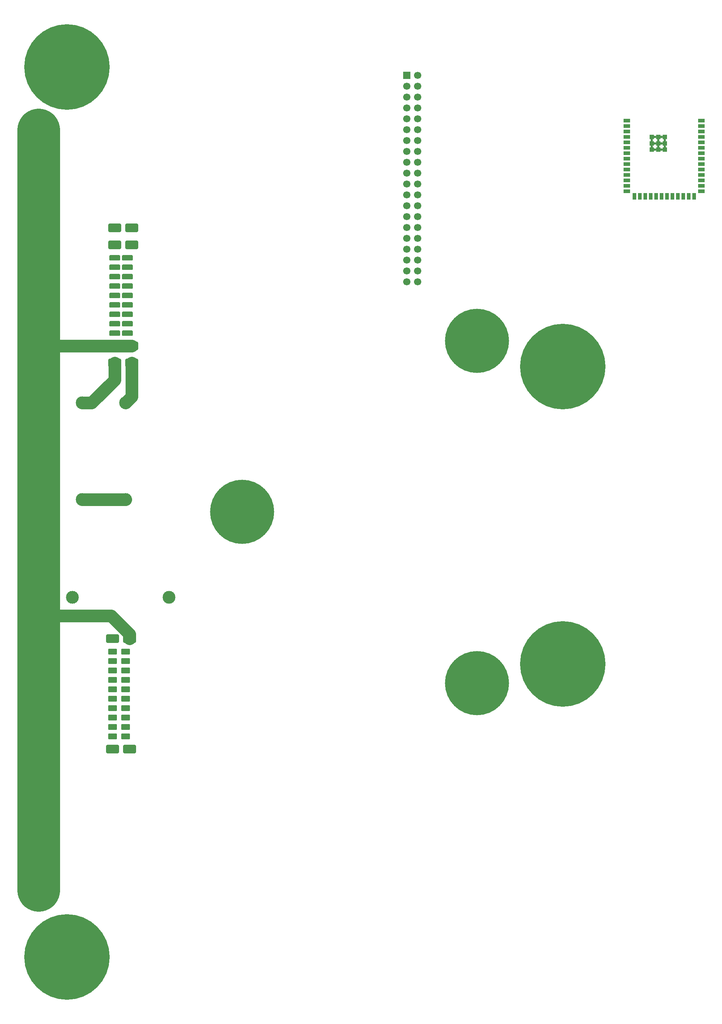
<source format=gbr>
%TF.GenerationSoftware,KiCad,Pcbnew,9.0.4-9.0.4-0~ubuntu22.04.1*%
%TF.CreationDate,2025-10-26T15:56:29+01:00*%
%TF.ProjectId,IndegoMower,496e6465-676f-44d6-9f77-65722e6b6963,rev?*%
%TF.SameCoordinates,Original*%
%TF.FileFunction,Copper,L1,Top*%
%TF.FilePolarity,Positive*%
%FSLAX46Y46*%
G04 Gerber Fmt 4.6, Leading zero omitted, Abs format (unit mm)*
G04 Created by KiCad (PCBNEW 9.0.4-9.0.4-0~ubuntu22.04.1) date 2025-10-26 15:56:29*
%MOMM*%
%LPD*%
G01*
G04 APERTURE LIST*
G04 Aperture macros list*
%AMRoundRect*
0 Rectangle with rounded corners*
0 $1 Rounding radius*
0 $2 $3 $4 $5 $6 $7 $8 $9 X,Y pos of 4 corners*
0 Add a 4 corners polygon primitive as box body*
4,1,4,$2,$3,$4,$5,$6,$7,$8,$9,$2,$3,0*
0 Add four circle primitives for the rounded corners*
1,1,$1+$1,$2,$3*
1,1,$1+$1,$4,$5*
1,1,$1+$1,$6,$7*
1,1,$1+$1,$8,$9*
0 Add four rect primitives between the rounded corners*
20,1,$1+$1,$2,$3,$4,$5,0*
20,1,$1+$1,$4,$5,$6,$7,0*
20,1,$1+$1,$6,$7,$8,$9,0*
20,1,$1+$1,$8,$9,$2,$3,0*%
G04 Aperture macros list end*
%TA.AperFunction,ComponentPad*%
%ADD10C,1.700000*%
%TD*%
%TA.AperFunction,ComponentPad*%
%ADD11R,1.700000X1.700000*%
%TD*%
%TA.AperFunction,ComponentPad*%
%ADD12RoundRect,0.277778X1.222222X-0.722222X1.222222X0.722222X-1.222222X0.722222X-1.222222X-0.722222X0*%
%TD*%
%TA.AperFunction,ComponentPad*%
%ADD13RoundRect,0.194444X0.805556X-0.505556X0.805556X0.505556X-0.805556X0.505556X-0.805556X-0.505556X0*%
%TD*%
%TA.AperFunction,ComponentPad*%
%ADD14RoundRect,0.300000X-1.200000X0.700000X-1.200000X-0.700000X1.200000X-0.700000X1.200000X0.700000X0*%
%TD*%
%TA.AperFunction,ComponentPad*%
%ADD15RoundRect,0.190500X1.079500X0.444500X-1.079500X0.444500X-1.079500X-0.444500X1.079500X-0.444500X0*%
%TD*%
%TA.AperFunction,WasherPad*%
%ADD16C,20.000000*%
%TD*%
%TA.AperFunction,WasherPad*%
%ADD17C,15.000000*%
%TD*%
%TA.AperFunction,ComponentPad*%
%ADD18C,3.000000*%
%TD*%
%TA.AperFunction,SMDPad,CuDef*%
%ADD19R,1.500000X0.900000*%
%TD*%
%TA.AperFunction,SMDPad,CuDef*%
%ADD20R,0.900000X1.500000*%
%TD*%
%TA.AperFunction,HeatsinkPad*%
%ADD21R,1.000000X1.000000*%
%TD*%
%TA.AperFunction,HeatsinkPad*%
%ADD22C,0.600000*%
%TD*%
%TA.AperFunction,Conductor*%
%ADD23C,10.000000*%
%TD*%
%TA.AperFunction,Conductor*%
%ADD24C,3.000000*%
%TD*%
G04 APERTURE END LIST*
D10*
%TO.P,J1,40,BCM21_SCLK_PCM_DO*%
%TO.N,unconnected-(J1-BCM21_SCLK_PCM_DO-Pad40)*%
X114060000Y-81230000D03*
%TO.P,J1,39,GND*%
%TO.N,GNDPWR*%
X111520000Y-81230000D03*
%TO.P,J1,38,BCM20_MOSI_PCM_DI*%
%TO.N,unconnected-(J1-BCM20_MOSI_PCM_DI-Pad38)*%
X114060000Y-78690000D03*
%TO.P,J1,37,BCM26*%
%TO.N,unconnected-(J1-BCM26-Pad37)*%
X111520000Y-78690000D03*
%TO.P,J1,36,BCM16*%
%TO.N,unconnected-(J1-BCM16-Pad36)*%
X114060000Y-76150000D03*
%TO.P,J1,35,BCM19_MISO_PCM_FS*%
%TO.N,unconnected-(J1-BCM19_MISO_PCM_FS-Pad35)*%
X111520000Y-76150000D03*
%TO.P,J1,34,GND*%
%TO.N,GNDPWR*%
X114060000Y-73610000D03*
%TO.P,J1,33,BCM13_PWM1*%
%TO.N,unconnected-(J1-BCM13_PWM1-Pad33)*%
X111520000Y-73610000D03*
%TO.P,J1,32,BCM12_PWM0*%
%TO.N,unconnected-(J1-BCM12_PWM0-Pad32)*%
X114060000Y-71070000D03*
%TO.P,J1,31,BCM6*%
%TO.N,unconnected-(J1-BCM6-Pad31)*%
X111520000Y-71070000D03*
%TO.P,J1,30,GND*%
%TO.N,GNDPWR*%
X114060000Y-68530000D03*
%TO.P,J1,29,BCM5*%
%TO.N,unconnected-(J1-BCM5-Pad29)*%
X111520000Y-68530000D03*
%TO.P,J1,28,BCM1_ID_SC*%
%TO.N,unconnected-(J1-BCM1_ID_SC-Pad28)*%
X114060000Y-65990000D03*
%TO.P,J1,27,BCM0_ID_SD*%
%TO.N,unconnected-(J1-BCM0_ID_SD-Pad27)*%
X111520000Y-65990000D03*
%TO.P,J1,26,BCM7_CE1*%
%TO.N,unconnected-(J1-BCM7_CE1-Pad26)*%
X114060000Y-63450000D03*
%TO.P,J1,25,GND*%
%TO.N,GNDPWR*%
X111520000Y-63450000D03*
%TO.P,J1,24,BCM8_CE0*%
%TO.N,unconnected-(J1-BCM8_CE0-Pad24)*%
X114060000Y-60910000D03*
%TO.P,J1,23,BCM11_SCLK*%
%TO.N,unconnected-(J1-BCM11_SCLK-Pad23)*%
X111520000Y-60910000D03*
%TO.P,J1,22,BCM25*%
%TO.N,unconnected-(J1-BCM25-Pad22)*%
X114060000Y-58370000D03*
%TO.P,J1,21,BCM9_MISO*%
%TO.N,unconnected-(J1-BCM9_MISO-Pad21)*%
X111520000Y-58370000D03*
%TO.P,J1,20,GND*%
%TO.N,GNDPWR*%
X114060000Y-55830000D03*
%TO.P,J1,19,BCM10_MOSI*%
%TO.N,unconnected-(J1-BCM10_MOSI-Pad19)*%
X111520000Y-55830000D03*
%TO.P,J1,18,BCM24*%
%TO.N,unconnected-(J1-BCM24-Pad18)*%
X114060000Y-53290000D03*
%TO.P,J1,17,3.3V*%
%TO.N,unconnected-(J1-3.3V-Pad17)*%
X111520000Y-53290000D03*
%TO.P,J1,16,BCM23*%
%TO.N,unconnected-(J1-BCM23-Pad16)*%
X114060000Y-50750000D03*
%TO.P,J1,15,BCM22*%
%TO.N,unconnected-(J1-BCM22-Pad15)*%
X111520000Y-50750000D03*
%TO.P,J1,14,GND*%
%TO.N,GNDPWR*%
X114060000Y-48210000D03*
%TO.P,J1,13,BCM27*%
%TO.N,unconnected-(J1-BCM27-Pad13)*%
X111520000Y-48210000D03*
%TO.P,J1,12,BCM18_PCM_C*%
%TO.N,unconnected-(J1-BCM18_PCM_C-Pad12)*%
X114060000Y-45670000D03*
%TO.P,J1,11,BCM17*%
%TO.N,unconnected-(J1-BCM17-Pad11)*%
X111520000Y-45670000D03*
%TO.P,J1,10,BCM15_RXD*%
%TO.N,unconnected-(J1-BCM15_RXD-Pad10)*%
X114060000Y-43130000D03*
%TO.P,J1,9,GND*%
%TO.N,GNDPWR*%
X111520000Y-43130000D03*
%TO.P,J1,8,BCM14_TXD*%
%TO.N,unconnected-(J1-BCM14_TXD-Pad8)*%
X114060000Y-40590000D03*
%TO.P,J1,7,BCM4_GPCLK0*%
%TO.N,unconnected-(J1-BCM4_GPCLK0-Pad7)*%
X111520000Y-40590000D03*
%TO.P,J1,6,GND*%
%TO.N,GNDPWR*%
X114060000Y-38050000D03*
%TO.P,J1,5,BCM3_SCL*%
%TO.N,unconnected-(J1-BCM3_SCL-Pad5)*%
X111520000Y-38050000D03*
%TO.P,J1,4,5V*%
%TO.N,U_55*%
X114060000Y-35510000D03*
%TO.P,J1,3,BCM2_SDA*%
%TO.N,unconnected-(J1-BCM2_SDA-Pad3)*%
X111520000Y-35510000D03*
%TO.P,J1,2,5V*%
%TO.N,U_55*%
X114060000Y-32970000D03*
D11*
%TO.P,J1,1,3.3V*%
%TO.N,unconnected-(J1-3.3V-Pad1)*%
X111520000Y-32970000D03*
%TD*%
D12*
%TO.P,U2,P$2,P$1*%
%TO.N,Net-(U2-P$1)*%
X42720000Y-164640000D03*
%TO.P,U2,P$3,P$2*%
%TO.N,GNDPWR*%
X46720000Y-164640000D03*
D13*
%TO.P,U2,P$4,P$3*%
%TO.N,Net-(D19-A)*%
X42720000Y-167640000D03*
%TO.P,U2,P$5,P$4*%
%TO.N,Net-(J_B1-Pin_1)*%
X45720000Y-167640000D03*
%TO.P,U2,P$6,P$5*%
%TO.N,BUMPER_BACK*%
X42720000Y-169840000D03*
%TO.P,U2,P$7,P$6*%
%TO.N,BUMPER_LEFT*%
X45720000Y-169840000D03*
%TO.P,U2,P$8,P$7*%
%TO.N,BUMPER_FRONT*%
X42720000Y-172040000D03*
%TO.P,U2,P$9,P$8*%
%TO.N,BUMPER_RIGHt*%
X45720000Y-172040000D03*
%TO.P,U2,P$10,P$9*%
%TO.N,Net-(J_B2-Pin_1)*%
X42720000Y-174240000D03*
%TO.P,U2,P$11,P$10*%
%TO.N,Net-(J_B3-Pin_1)*%
X45720000Y-174240000D03*
%TO.P,U2,P$12,P$11*%
%TO.N,Net-(U2-P$11)*%
X42720000Y-176440000D03*
%TO.P,U2,P$13,P$12*%
%TO.N,Net-(U2-P$12)*%
X45720000Y-176440000D03*
%TO.P,U2,P$14,P$13*%
%TO.N,Net-(J_B4-Pin_1)*%
X42720000Y-178640000D03*
%TO.P,U2,P$15,P$14*%
%TO.N,Net-(J_B5-Pin_1)*%
X45720000Y-178640000D03*
%TO.P,U2,P$16,P$15*%
%TO.N,CONTACT_L*%
X42720000Y-180840000D03*
%TO.P,U2,P$17,P$16*%
%TO.N,CONTACT_R*%
X45720000Y-180840000D03*
%TO.P,U2,P$18,P$17*%
%TO.N,STOPSW_1*%
X42720000Y-183040000D03*
%TO.P,U2,P$19,P$18*%
%TO.N,STOPSW_2*%
X45720000Y-183040000D03*
%TO.P,U2,P$20,P$19*%
%TO.N,U5SW*%
X42720000Y-185240000D03*
%TO.P,U2,P$21,P$20*%
%TO.N,GNDD*%
X45720000Y-185240000D03*
%TO.P,U2,P$22,P$21*%
%TO.N,Net-(J_B6-Pin_1)*%
X42720000Y-187440000D03*
%TO.P,U2,P$23,P$22*%
%TO.N,Net-(J_B7-Pin_1)*%
X45720000Y-187440000D03*
D12*
%TO.P,U2,P$24,P$23*%
%TO.N,MM_P*%
X42720000Y-190440000D03*
%TO.P,U2,P$25,P$24*%
%TO.N,MM_N*%
X46720000Y-190440000D03*
%TD*%
D14*
%TO.P,U1,P$2,P$1*%
%TO.N,MR_P*%
X43180000Y-68610000D03*
%TO.P,U1,P$3,P$2*%
%TO.N,MR_N*%
X47180000Y-68610000D03*
%TO.P,U1,P$4,P$3*%
%TO.N,ML_P*%
X43180000Y-72610000D03*
%TO.P,U1,P$5,P$4*%
%TO.N,ML_N*%
X47180000Y-72610000D03*
D15*
%TO.P,U1,P$6,P$5*%
%TO.N,Net-(JP20-A)*%
X43180000Y-75610000D03*
%TO.P,U1,P$7,P$6*%
%TO.N,Net-(JP19-A)*%
X46180000Y-75610000D03*
%TO.P,U1,P$8,P$7*%
%TO.N,GNDD*%
X43180000Y-77810000D03*
%TO.P,U1,P$9,P$8*%
%TO.N,U5SW*%
X46180000Y-77810000D03*
%TO.P,U1,P$10,P$9*%
%TO.N,QENC_R_A*%
X43180000Y-80010000D03*
%TO.P,U1,P$11,P$10*%
%TO.N,QENC_R_B*%
X46180000Y-80010000D03*
%TO.P,U1,P$12,P$11*%
%TO.N,QENC_L_A*%
X43180000Y-82210000D03*
%TO.P,U1,P$13,P$12*%
%TO.N,QENC_L_B*%
X46180000Y-82210000D03*
%TO.P,U1,P$14,P$13*%
%TO.N,GNDD*%
X43180000Y-84410000D03*
%TO.P,U1,P$15,P$14*%
%TO.N,U5SW*%
X46180000Y-84410000D03*
%TO.P,U1,P$16,P$15*%
%TO.N,Net-(JP12-A)*%
X43180000Y-86610000D03*
%TO.P,U1,P$17,P$16*%
%TO.N,Net-(JP13-A)*%
X46180000Y-86610000D03*
%TO.P,U1,P$18,P$17*%
%TO.N,Net-(JP14-A)*%
X43180000Y-88810000D03*
%TO.P,U1,P$19,P$18*%
%TO.N,Net-(JP16-A)*%
X46180000Y-88810000D03*
%TO.P,U1,P$20,P$19*%
%TO.N,Net-(JP17-A)*%
X43180000Y-91010000D03*
%TO.P,U1,P$21,P$20*%
%TO.N,Net-(JP18-A)*%
X46180000Y-91010000D03*
%TO.P,U1,P$22,P$21*%
%TO.N,Net-(U1-P$21)*%
X43180000Y-93210000D03*
%TO.P,U1,P$23,P$22*%
%TO.N,Net-(U1-P$22)*%
X46180000Y-93210000D03*
D14*
%TO.P,U1,P$24,P$23*%
%TO.N,GNDPWR*%
X43180000Y-96210000D03*
%TO.P,U1,P$25,P$24*%
X47180000Y-96210000D03*
%TO.P,U1,P$26,P$25*%
%TO.N,Net-(U1-P$25)*%
X43180000Y-100210000D03*
%TO.P,U1,P$27,P$26*%
%TO.N,Net-(U1-P$26)*%
X47180000Y-100210000D03*
%TD*%
D16*
%TO.P,REF\u002A\u002A,*%
%TO.N,*%
X32000000Y-239000000D03*
D17*
X128000000Y-175000000D03*
D16*
X148000000Y-170500000D03*
D17*
X73000000Y-135000000D03*
D16*
X148000000Y-101000000D03*
D17*
X128000000Y-95000000D03*
D16*
X32000000Y-31000000D03*
%TD*%
D18*
%TO.P,F_MAIN1,1*%
%TO.N,Net-(U1-P$25)*%
X35560000Y-109480000D03*
%TO.P,F_MAIN1,2*%
%TO.N,UB*%
X35560000Y-132080000D03*
%TD*%
D19*
%TO.P,U14,1,GND*%
%TO.N,GND*%
X163000000Y-43500000D03*
%TO.P,U14,2,3V3*%
%TO.N,VCC_STBY*%
X163000000Y-44770000D03*
%TO.P,U14,3,EN*%
%TO.N,ESP32_RESET*%
X163000000Y-46040000D03*
%TO.P,U14,4,GPIO4/TOUCH4/ADC1_CH3*%
%TO.N,CAM_SDA*%
X163000000Y-47310000D03*
%TO.P,U14,5,GPIO5/TOUCH5/ADC1_CH4*%
%TO.N,COIL_ADC_L*%
X163000000Y-48580000D03*
%TO.P,U14,6,GPIO6/TOUCH6/ADC1_CH5*%
%TO.N,COIL_ADC_R*%
X163000000Y-49850000D03*
%TO.P,U14,7,GPIO7/TOUCH7/ADC1_CH6*%
%TO.N,M_L_A*%
X163000000Y-51120000D03*
%TO.P,U14,8,GPIO15/U0RTS/ADC2_CH4/XTAL_32K_P*%
%TO.N,BUS_SCL*%
X163000000Y-52390000D03*
%TO.P,U14,9,GPIO16/U0CTS/ADC2_CH5/XTAL_32K_NH5*%
%TO.N,BUS_SDA*%
X163000000Y-53660000D03*
%TO.P,U14,10,GPIO17/U1TXD/ADC2_CH6*%
%TO.N,GPS_TXD*%
X163000000Y-54930000D03*
%TO.P,U14,11,GPIO18/U1RXD/ADC2_CH7/CLK_OUT3*%
%TO.N,GPS_RXD*%
X163000000Y-56200000D03*
%TO.P,U14,12,GPIO8/TOUCH8/ADC1_CH7/SUBSPICS1*%
%TO.N,M_L_B*%
X163000000Y-57470000D03*
%TO.P,U14,13,GPIO19/U1RTS/ADC2_CH8/CLK_OUT2/USB_D-*%
%TO.N,USB_DN*%
X163000000Y-58740000D03*
%TO.P,U14,14,GPIO20/U1CTS/ADC2_CH9/CLK_OUT1/USB_D+*%
%TO.N,USB_DP*%
X163000000Y-60010000D03*
D20*
%TO.P,U14,15,GPIO3/TOUCH3/ADC1_CH2*%
%TO.N,Net-(JP7-C)*%
X164765000Y-61260000D03*
%TO.P,U14,16,GPIO46*%
%TO.N,CAM_XCLK*%
X166035000Y-61260000D03*
%TO.P,U14,17,GPIO9/TOUCH9/ADC1_CH8/FSPIHD/SUBSPIHD*%
%TO.N,M_L_ENC1*%
X167305000Y-61260000D03*
%TO.P,U14,18,GPIO10/TOUCH10/ADC1_CH9/FSPICS0/FSPIIO4/SUBSPICS0*%
%TO.N,M_L_ENC2*%
X168575000Y-61260000D03*
%TO.P,U14,19,GPIO11/TOUCH11/ADC2_CH0/FSPICS0/FSPIIO4/SUBSPICS0*%
%TO.N,M_R_A*%
X169845000Y-61260000D03*
%TO.P,U14,20,GPIO12/TOUCH11/ADC2_CH0/FSPICS0/FSPIIO4/SUBSPICS0*%
%TO.N,M_R_B*%
X171115000Y-61260000D03*
%TO.P,U14,21,GPIO13/TOUCH13/ADC2_CH2/FSPIQ/FSPIIO7/SUBSPIQ*%
%TO.N,M_R_ENC1*%
X172385000Y-61260000D03*
%TO.P,U14,22,GPIO14/TOUCH14/ADC2_CH3/FSPIWP/FSPIDQS/SUBSPIWP*%
%TO.N,M_R_ENC2*%
X173655000Y-61260000D03*
%TO.P,U14,23,GPIO21*%
%TO.N,CAM_D0*%
X174925000Y-61260000D03*
%TO.P,U14,24,GPIO47/SPICLK_P/SUBSPICLK_P_DIFF*%
%TO.N,CAM_VREF*%
X176195000Y-61260000D03*
%TO.P,U14,25,GPIO48/SPICLK_N/SUBSPICLK_N_DIFF*%
%TO.N,CAM_HREF*%
X177465000Y-61260000D03*
%TO.P,U14,26,GPIO45*%
%TO.N,CAM_PCLK*%
X178735000Y-61260000D03*
D19*
%TO.P,U14,27,GPIO0/BOOT*%
%TO.N,ESP32_BOOT*%
X180500000Y-60010000D03*
%TO.P,U14,28,SPIIO6/GPIO35/FSPID/SUBSPID*%
%TO.N,Net-(U14-SPIIO6{slash}GPIO35{slash}FSPID{slash}SUBSPID)*%
X180500000Y-58740000D03*
%TO.P,U14,29,SPIIO7/GPIO36/FSPICLK/SUBSPICLK*%
%TO.N,Net-(U14-SPIIO7{slash}GPIO36{slash}FSPICLK{slash}SUBSPICLK)*%
X180500000Y-57470000D03*
%TO.P,U14,30,SPIDQS/GPIO37/FSPIQ/SUBSPIQ*%
%TO.N,Net-(U14-SPIDQS{slash}GPIO37{slash}FSPIQ{slash}SUBSPIQ)*%
X180500000Y-56200000D03*
%TO.P,U14,31,GPIO38/FSPIWP/SUBSPIWP*%
%TO.N,CAM_D7*%
X180500000Y-54930000D03*
%TO.P,U14,32,MTCK/GPIO39/CLK_OUT3/SUBSPICS1*%
%TO.N,CAM_D6*%
X180500000Y-53660000D03*
%TO.P,U14,33,MTDO/GPIO40/CLK_OUT2*%
%TO.N,CAM_D5*%
X180500000Y-52390000D03*
%TO.P,U14,34,MTDI/GPIO41/CLK_OUT1*%
%TO.N,CAM_D4*%
X180500000Y-51120000D03*
%TO.P,U14,35,MTMS/GPIO42*%
%TO.N,CAM_D3*%
X180500000Y-49850000D03*
%TO.P,U14,36,U0RXD/GPIO44/CLK_OUT2*%
%TO.N,UART_RXD*%
X180500000Y-48580000D03*
%TO.P,U14,37,U0TXD/GPIO43/CLK_OUT1*%
%TO.N,UART_TXD*%
X180500000Y-47310000D03*
%TO.P,U14,38,GPIO2/TOUCH2/ADC1_CH1*%
%TO.N,CAM_D2*%
X180500000Y-46040000D03*
%TO.P,U14,39,GPIO1/TOUCH1/ADC1_CH0*%
%TO.N,CAM_D1*%
X180500000Y-44770000D03*
%TO.P,U14,40,GND*%
%TO.N,GND*%
X180500000Y-43500000D03*
D21*
%TO.P,U14,41,GND*%
X168890000Y-47350000D03*
D22*
X168890000Y-48100000D03*
D21*
X168890000Y-48850000D03*
D22*
X168890000Y-49600000D03*
D21*
X168890000Y-50350000D03*
D22*
X169640000Y-47350000D03*
X169640000Y-48850000D03*
X169640000Y-50350000D03*
D21*
X170390000Y-47350000D03*
D22*
X170390000Y-48100000D03*
D21*
X170390000Y-48850000D03*
D22*
X170390000Y-49600000D03*
D21*
X170390000Y-50350000D03*
D22*
X171140000Y-47350000D03*
X171140000Y-48850000D03*
X171140000Y-50350000D03*
D21*
X171890000Y-47350000D03*
D22*
X171890000Y-48100000D03*
D21*
X171890000Y-48850000D03*
D22*
X171890000Y-49600000D03*
D21*
X171890000Y-50350000D03*
%TD*%
D18*
%TO.P,F_CHARGE1,1*%
%TO.N,Net-(U2-P$1)*%
X33280000Y-154940000D03*
%TO.P,F_CHARGE1,2*%
%TO.N,U_CHARGE*%
X55880000Y-154940000D03*
%TD*%
%TO.P,F_SEC1,1*%
%TO.N,Net-(U1-P$26)*%
X45720000Y-109480000D03*
%TO.P,F_SEC1,2*%
%TO.N,UB*%
X45720000Y-132080000D03*
%TD*%
D23*
%TO.N,GNDPWR*%
X25400000Y-96210000D02*
X25400000Y-157480000D01*
D24*
X46720000Y-164640000D02*
X46720000Y-163640000D01*
X46720000Y-163640000D02*
X42369000Y-159289000D01*
X42369000Y-159289000D02*
X27209000Y-159289000D01*
X27209000Y-159289000D02*
X25400000Y-157480000D01*
D23*
X25400000Y-157480000D02*
X25400000Y-223495461D01*
D24*
%TO.N,UB*%
X35560000Y-132080000D02*
X45720000Y-132080000D01*
%TO.N,Net-(U1-P$25)*%
X43180000Y-100210000D02*
X43180000Y-104140000D01*
X43180000Y-104140000D02*
X37840000Y-109480000D01*
X37840000Y-109480000D02*
X35560000Y-109480000D01*
%TO.N,Net-(U1-P$26)*%
X47180000Y-100210000D02*
X47180000Y-108020000D01*
X47180000Y-108020000D02*
X45720000Y-109480000D01*
D23*
%TO.N,GNDPWR*%
X25400000Y-96210000D02*
X25400000Y-45720000D01*
D24*
X43180000Y-96210000D02*
X25400000Y-96210000D01*
X47180000Y-96210000D02*
X43180000Y-96210000D01*
%TD*%
M02*

</source>
